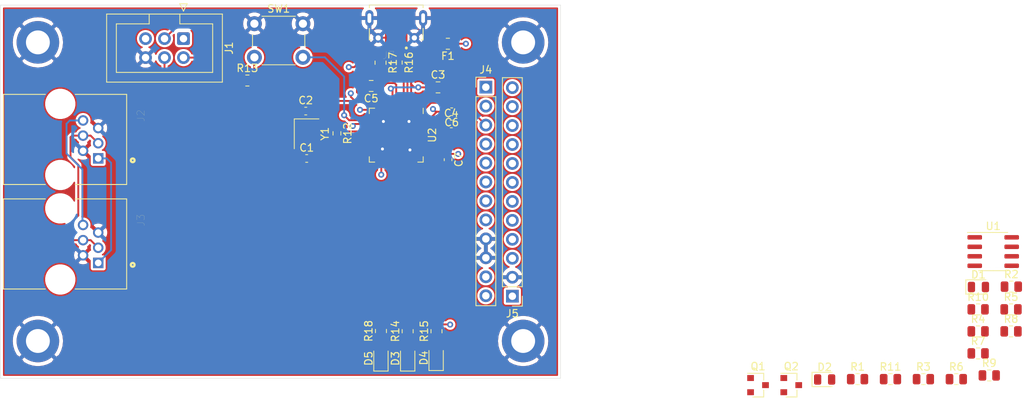
<source format=kicad_pcb>
(kicad_pcb (version 20171130) (host pcbnew 5.1.9-73d0e3b20d~88~ubuntu20.04.1)
  (layers (0 F.Cu signal) (1 In1.Cu signal hide) (2 In2.Cu signal) (31 B.Cu signal) (34 B.Paste user) (35 F.Paste user) (36 B.SilkS user) (37 F.SilkS user) (38 B.Mask user) (39 F.Mask user) (44 Edge.Cuts user))
  (net 0 "")
  (net 1 "Net-(C1-Pad2)")
  (net 2 "Net-(C1-Pad1)")
  (net 3 GND)
  (net 4 "Net-(C2-Pad1)")
  (net 5 VBUS)
  (net 6 "/Arduino Leonardo/ap_aref")
  (net 7 "Net-(C5-Pad1)")
  (net 8 VCC)
  (net 9 "Net-(D1-Pad2)")
  (net 10 /RX)
  (net 11 "Net-(D2-Pad2)")
  (net 12 "Net-(D2-Pad1)")
  (net 13 "Net-(D3-Pad2)")
  (net 14 "/Arduino Leonardo/PB0_D17_SS_RXLED")
  (net 15 "Net-(D4-Pad2)")
  (net 16 "/Arduino Leonardo/PD5_D18_TXLED")
  (net 17 "Net-(D5-Pad2)")
  (net 18 /mosi)
  (net 19 /rst)
  (net 20 /sck)
  (net 21 /miso)
  (net 22 "Net-(J2-Pad1)")
  (net 23 /LocoNet/loconet)
  (net 24 "Net-(J2-Pad6)")
  (net 25 "/Arduino Leonardo/PD3_D1_TX")
  (net 26 "/Arduino Leonardo/PD2_D0_RX")
  (net 27 "/Arduino Leonardo/PD1_D2_SDA")
  (net 28 "/Arduino Leonardo/PD0_D3_SCL")
  (net 29 "/Arduino Leonardo/PC6_D5")
  (net 30 "/Arduino Leonardo/PD7_D6_A7")
  (net 31 /TX)
  (net 32 "/Arduino Leonardo/PB4_D8")
  (net 33 "/Arduino Leonardo/PB5_D9_A8")
  (net 34 "/Arduino Leonardo/PB6_D10")
  (net 35 "/Arduino Leonardo/PF7_A0")
  (net 36 "/Arduino Leonardo/PF6_A1")
  (net 37 "/Arduino Leonardo/PF5_A2")
  (net 38 "/Arduino Leonardo/PF4_A3")
  (net 39 "/Arduino Leonardo/raw")
  (net 40 "Net-(J7-Pad4)")
  (net 41 "Net-(J7-Pad3)")
  (net 42 "Net-(J7-Pad2)")
  (net 43 "Net-(Q1-Pad1)")
  (net 44 "Net-(Q2-Pad2)")
  (net 45 "Net-(Q2-Pad1)")
  (net 46 "Net-(R1-Pad2)")
  (net 47 "Net-(R4-Pad2)")
  (net 48 "/Arduino Leonardo/D-")
  (net 49 "/Arduino Leonardo/D+")
  (net 50 "Net-(U1-Pad6)")
  (net 51 "Net-(U1-Pad5)")
  (net 52 "/Arduino Leonardo/PF0_A5")
  (net 53 "/Arduino Leonardo/PF1_A4")
  (net 54 "/Arduino Leonardo/PC7_D13")
  (net 55 "/Arduino Leonardo/PB6_D12")
  (net 56 "/Arduino Leonardo/PB7_D11")
  (module LocoNetInterface:SHOUHAN_MICROXNJ (layer F.Cu) (at 83 70)
    (fp_text reference J7 (at -1.025 6.735) (layer F.SilkS) (effects (font (thickness 0.015))))
    (fp_text value MICROXNJ)
    (pad S1 smd rect (at -0.8 1.725) (size 0.6 1.35) (layers F.Cu F.Paste F.Mask) (net 3 GND))
    (pad S2 smd rect (at 0.8 1.725) (size 0.6 1.35) (layers F.Cu F.Paste F.Mask) (net 3 GND))
    (pad S3 thru_hole oval (at -3.6 1.75) (size 1.07 2.14) (drill oval 0.5 1.3) (layers *.Cu *.Mask) (net 3 GND))
    (pad S6 thru_hole oval (at 3.6 1.75) (size 1.07 2.14) (drill oval 0.5 1.3) (layers *.Cu *.Mask) (net 3 GND))
    (pad S4 thru_hole circle (at -2.425 4.4) (size 1.3 1.3) (drill 0.7) (layers *.Cu *.Mask) (net 3 GND))
    (pad S5 thru_hole circle (at 2.425 4.4) (size 1.3 1.3) (drill 0.7) (layers *.Cu *.Mask) (net 3 GND))
    (pad 5 smd rect (at -1.3 4.375) (size 0.4 1.25) (layers F.Cu F.Paste F.Mask) (net 3 GND))
    (pad 4 smd rect (at -0.65 4.375) (size 0.4 1.25) (layers F.Cu F.Paste F.Mask) (net 40 "Net-(J7-Pad4)"))
    (pad 3 smd rect (at 0 4.375) (size 0.4 1.25) (layers F.Cu F.Paste F.Mask) (net 41 "Net-(J7-Pad3)"))
    (pad 2 smd rect (at 0.65 4.375) (size 0.4 1.25) (layers F.Cu F.Paste F.Mask) (net 42 "Net-(J7-Pad2)"))
    (pad 1 smd rect (at 1.3 4.375) (size 0.4 1.25) (layers F.Cu F.Paste F.Mask) (net 5 VBUS))
  )
  (module MountingHole:MountingHole_3.2mm_M3_ISO7380_Pad (layer F.Cu) (at 100 75)
    (fp_text reference H4 hide)
    (fp_text value MountingHole_Pad)
    (pad 1 thru_hole circle (at 0 0) (size 5.7 5.7) (drill 3.2) (layers *.Cu *.Mask) (net 3 GND))
  )
  (module MountingHole:MountingHole_3.2mm_M3_ISO7380_Pad (layer F.Cu) (at 100 115)
    (fp_text reference H3 hide)
    (fp_text value MountingHole_Pad)
    (pad 1 thru_hole circle (at 0 0) (size 5.7 5.7) (drill 3.2) (layers *.Cu *.Mask) (net 3 GND))
  )
  (module MountingHole:MountingHole_3.2mm_M3_ISO7380_Pad (layer F.Cu) (at 35 115)
    (fp_text reference H2 hide)
    (fp_text value MountingHole_Pad)
    (pad 1 thru_hole circle (at 0 0) (size 5.7 5.7) (drill 3.2) (layers *.Cu *.Mask) (net 3 GND))
  )
  (module MountingHole:MountingHole_3.2mm_M3_ISO7380_Pad (layer F.Cu) (at 35 75)
    (fp_text reference H1 hide)
    (fp_text value MountingHole_Pad)
    (pad 1 thru_hole circle (at 0 0) (size 5.7 5.7) (drill 3.2) (layers *.Cu *.Mask) (net 3 GND))
  )
  (module Connector_PinHeader_2.54mm:PinHeader_1x12_P2.54mm_Vertical (layer F.Cu) (at 98.552 109 180)
    (fp_text reference J5 (at 0 -2.33) (layer F.SilkS))
    (fp_text value Conn_01x12)
    (pad 12 thru_hole oval (at 0 27.94 180) (size 1.7 1.7) (drill 1) (layers *.Cu *.Mask) (net 34 "/Arduino Leonardo/PB6_D10"))
    (pad 11 thru_hole oval (at 0 25.4 180) (size 1.7 1.7) (drill 1) (layers *.Cu *.Mask) (net 18 /mosi))
    (pad 10 thru_hole oval (at 0 22.86 180) (size 1.7 1.7) (drill 1) (layers *.Cu *.Mask) (net 21 /miso))
    (pad 9 thru_hole oval (at 0 20.32 180) (size 1.7 1.7) (drill 1) (layers *.Cu *.Mask) (net 20 /sck))
    (pad 8 thru_hole oval (at 0 17.78 180) (size 1.7 1.7) (drill 1) (layers *.Cu *.Mask) (net 35 "/Arduino Leonardo/PF7_A0"))
    (pad 7 thru_hole oval (at 0 15.24 180) (size 1.7 1.7) (drill 1) (layers *.Cu *.Mask) (net 36 "/Arduino Leonardo/PF6_A1"))
    (pad 6 thru_hole oval (at 0 12.7 180) (size 1.7 1.7) (drill 1) (layers *.Cu *.Mask) (net 37 "/Arduino Leonardo/PF5_A2"))
    (pad 5 thru_hole oval (at 0 10.16 180) (size 1.7 1.7) (drill 1) (layers *.Cu *.Mask) (net 38 "/Arduino Leonardo/PF4_A3"))
    (pad 4 thru_hole oval (at 0 7.62 180) (size 1.7 1.7) (drill 1) (layers *.Cu *.Mask) (net 8 VCC))
    (pad 3 thru_hole oval (at 0 5.08 180) (size 1.7 1.7) (drill 1) (layers *.Cu *.Mask) (net 19 /rst))
    (pad 2 thru_hole oval (at 0 2.54 180) (size 1.7 1.7) (drill 1) (layers *.Cu *.Mask) (net 3 GND))
    (pad 1 thru_hole rect (at 0 0 180) (size 1.7 1.7) (drill 1) (layers *.Cu *.Mask) (net 39 "/Arduino Leonardo/raw"))
  )
  (module Connector_PinHeader_2.54mm:PinHeader_1x12_P2.54mm_Vertical (layer F.Cu) (at 95 81)
    (fp_text reference J4 (at 0 -2.33) (layer F.SilkS))
    (fp_text value Conn_01x12)
    (pad 12 thru_hole oval (at 0 27.94) (size 1.7 1.7) (drill 1) (layers *.Cu *.Mask) (net 25 "/Arduino Leonardo/PD3_D1_TX"))
    (pad 11 thru_hole oval (at 0 25.4) (size 1.7 1.7) (drill 1) (layers *.Cu *.Mask) (net 26 "/Arduino Leonardo/PD2_D0_RX"))
    (pad 10 thru_hole oval (at 0 22.86) (size 1.7 1.7) (drill 1) (layers *.Cu *.Mask) (net 3 GND))
    (pad 9 thru_hole oval (at 0 20.32) (size 1.7 1.7) (drill 1) (layers *.Cu *.Mask) (net 3 GND))
    (pad 8 thru_hole oval (at 0 17.78) (size 1.7 1.7) (drill 1) (layers *.Cu *.Mask) (net 27 "/Arduino Leonardo/PD1_D2_SDA"))
    (pad 7 thru_hole oval (at 0 15.24) (size 1.7 1.7) (drill 1) (layers *.Cu *.Mask) (net 28 "/Arduino Leonardo/PD0_D3_SCL"))
    (pad 6 thru_hole oval (at 0 12.7) (size 1.7 1.7) (drill 1) (layers *.Cu *.Mask) (net 10 /RX))
    (pad 5 thru_hole oval (at 0 10.16) (size 1.7 1.7) (drill 1) (layers *.Cu *.Mask) (net 29 "/Arduino Leonardo/PC6_D5"))
    (pad 4 thru_hole oval (at 0 7.62) (size 1.7 1.7) (drill 1) (layers *.Cu *.Mask) (net 30 "/Arduino Leonardo/PD7_D6_A7"))
    (pad 3 thru_hole oval (at 0 5.08) (size 1.7 1.7) (drill 1) (layers *.Cu *.Mask) (net 31 /TX))
    (pad 2 thru_hole oval (at 0 2.54) (size 1.7 1.7) (drill 1) (layers *.Cu *.Mask) (net 32 "/Arduino Leonardo/PB4_D8"))
    (pad 1 thru_hole rect (at 0 0) (size 1.7 1.7) (drill 1) (layers *.Cu *.Mask) (net 33 "/Arduino Leonardo/PB5_D9_A8"))
  )
  (module Crystal:Crystal_SMD_3225-4Pin_3.2x2.5mm (layer F.Cu) (at 70.993 87.249 270)
    (fp_text reference Y1 (at 0 -2.45 90) (layer F.SilkS))
    (fp_text value Crystal_GND24)
    (pad 4 smd rect (at -1.1 -0.85 270) (size 1.4 1.2) (layers F.Cu F.Paste F.Mask) (net 3 GND))
    (pad 3 smd rect (at 1.1 -0.85 270) (size 1.4 1.2) (layers F.Cu F.Paste F.Mask) (net 1 "Net-(C1-Pad2)"))
    (pad 2 smd rect (at 1.1 0.85 270) (size 1.4 1.2) (layers F.Cu F.Paste F.Mask) (net 3 GND))
    (pad 1 smd rect (at -1.1 0.85 270) (size 1.4 1.2) (layers F.Cu F.Paste F.Mask) (net 4 "Net-(C2-Pad1)"))
  )
  (module Package_DFN_QFN:QFN-44-1EP_7x7mm_P0.5mm_EP5.2x5.2mm (layer F.Cu) (at 83 87.429 270)
    (fp_text reference U2 (at 0 -4.82 90) (layer F.SilkS))
    (fp_text value ATmega32U4-MU)
    (pad 45 smd rect (at 0 0 270) (size 5.2 5.2) (layers F.Cu F.Mask) (net 3 GND))
    (pad 44 smd roundrect (at -2.5 -3.3375 270) (size 0.25 1.075) (layers F.Cu F.Paste F.Mask) (net 8 VCC))
    (pad 43 smd roundrect (at -2 -3.3375 270) (size 0.25 1.075) (layers F.Cu F.Paste F.Mask) (net 3 GND))
    (pad 42 smd roundrect (at -1.5 -3.3375 270) (size 0.25 1.075) (layers F.Cu F.Paste F.Mask) (net 6 "/Arduino Leonardo/ap_aref"))
    (pad 41 smd roundrect (at -1 -3.3375 270) (size 0.25 1.075) (layers F.Cu F.Paste F.Mask) (net 52 "/Arduino Leonardo/PF0_A5"))
    (pad 40 smd roundrect (at -0.5 -3.3375 270) (size 0.25 1.075) (layers F.Cu F.Paste F.Mask) (net 53 "/Arduino Leonardo/PF1_A4"))
    (pad 39 smd roundrect (at 0 -3.3375 270) (size 0.25 1.075) (layers F.Cu F.Paste F.Mask) (net 38 "/Arduino Leonardo/PF4_A3"))
    (pad 38 smd roundrect (at 0.5 -3.3375 270) (size 0.25 1.075) (layers F.Cu F.Paste F.Mask) (net 37 "/Arduino Leonardo/PF5_A2"))
    (pad 37 smd roundrect (at 1 -3.3375 270) (size 0.25 1.075) (layers F.Cu F.Paste F.Mask) (net 36 "/Arduino Leonardo/PF6_A1"))
    (pad 36 smd roundrect (at 1.5 -3.3375 270) (size 0.25 1.075) (layers F.Cu F.Paste F.Mask) (net 35 "/Arduino Leonardo/PF7_A0"))
    (pad 35 smd roundrect (at 2 -3.3375 270) (size 0.25 1.075) (layers F.Cu F.Paste F.Mask) (net 3 GND))
    (pad 34 smd roundrect (at 2.5 -3.3375 270) (size 0.25 1.075) (layers F.Cu F.Paste F.Mask) (net 8 VCC))
    (pad 33 smd roundrect (at 3.3375 -2.5 270) (size 1.075 0.25) (layers F.Cu F.Paste F.Mask) (net 3 GND))
    (pad 32 smd roundrect (at 3.3375 -2 270) (size 1.075 0.25) (layers F.Cu F.Paste F.Mask) (net 54 "/Arduino Leonardo/PC7_D13"))
    (pad 31 smd roundrect (at 3.3375 -1.5 270) (size 1.075 0.25) (layers F.Cu F.Paste F.Mask) (net 29 "/Arduino Leonardo/PC6_D5"))
    (pad 30 smd roundrect (at 3.3375 -1 270) (size 1.075 0.25) (layers F.Cu F.Paste F.Mask) (net 34 "/Arduino Leonardo/PB6_D10"))
    (pad 29 smd roundrect (at 3.3375 -0.5 270) (size 1.075 0.25) (layers F.Cu F.Paste F.Mask) (net 33 "/Arduino Leonardo/PB5_D9_A8"))
    (pad 28 smd roundrect (at 3.3375 0 270) (size 1.075 0.25) (layers F.Cu F.Paste F.Mask) (net 32 "/Arduino Leonardo/PB4_D8"))
    (pad 27 smd roundrect (at 3.3375 0.5 270) (size 1.075 0.25) (layers F.Cu F.Paste F.Mask) (net 30 "/Arduino Leonardo/PD7_D6_A7"))
    (pad 26 smd roundrect (at 3.3375 1 270) (size 1.075 0.25) (layers F.Cu F.Paste F.Mask) (net 55 "/Arduino Leonardo/PB6_D12"))
    (pad 25 smd roundrect (at 3.3375 1.5 270) (size 1.075 0.25) (layers F.Cu F.Paste F.Mask) (net 10 /RX))
    (pad 24 smd roundrect (at 3.3375 2 270) (size 1.075 0.25) (layers F.Cu F.Paste F.Mask) (net 8 VCC))
    (pad 23 smd roundrect (at 3.3375 2.5 270) (size 1.075 0.25) (layers F.Cu F.Paste F.Mask) (net 3 GND))
    (pad 22 smd roundrect (at 2.5 3.3375 270) (size 0.25 1.075) (layers F.Cu F.Paste F.Mask) (net 16 "/Arduino Leonardo/PD5_D18_TXLED"))
    (pad 21 smd roundrect (at 2 3.3375 270) (size 0.25 1.075) (layers F.Cu F.Paste F.Mask) (net 25 "/Arduino Leonardo/PD3_D1_TX"))
    (pad 20 smd roundrect (at 1.5 3.3375 270) (size 0.25 1.075) (layers F.Cu F.Paste F.Mask) (net 26 "/Arduino Leonardo/PD2_D0_RX"))
    (pad 19 smd roundrect (at 1 3.3375 270) (size 0.25 1.075) (layers F.Cu F.Paste F.Mask) (net 27 "/Arduino Leonardo/PD1_D2_SDA"))
    (pad 18 smd roundrect (at 0.5 3.3375 270) (size 0.25 1.075) (layers F.Cu F.Paste F.Mask) (net 28 "/Arduino Leonardo/PD0_D3_SCL"))
    (pad 17 smd roundrect (at 0 3.3375 270) (size 0.25 1.075) (layers F.Cu F.Paste F.Mask) (net 1 "Net-(C1-Pad2)"))
    (pad 16 smd roundrect (at -0.5 3.3375 270) (size 0.25 1.075) (layers F.Cu F.Paste F.Mask) (net 4 "Net-(C2-Pad1)"))
    (pad 15 smd roundrect (at -1 3.3375 270) (size 0.25 1.075) (layers F.Cu F.Paste F.Mask) (net 3 GND))
    (pad 14 smd roundrect (at -1.5 3.3375 270) (size 0.25 1.075) (layers F.Cu F.Paste F.Mask) (net 8 VCC))
    (pad 13 smd roundrect (at -2 3.3375 270) (size 0.25 1.075) (layers F.Cu F.Paste F.Mask) (net 19 /rst))
    (pad 12 smd roundrect (at -2.5 3.3375 270) (size 0.25 1.075) (layers F.Cu F.Paste F.Mask) (net 56 "/Arduino Leonardo/PB7_D11"))
    (pad 11 smd roundrect (at -3.3375 2.5 270) (size 1.075 0.25) (layers F.Cu F.Paste F.Mask) (net 21 /miso))
    (pad 10 smd roundrect (at -3.3375 2 270) (size 1.075 0.25) (layers F.Cu F.Paste F.Mask) (net 18 /mosi))
    (pad 9 smd roundrect (at -3.3375 1.5 270) (size 1.075 0.25) (layers F.Cu F.Paste F.Mask) (net 20 /sck))
    (pad 8 smd roundrect (at -3.3375 1 270) (size 1.075 0.25) (layers F.Cu F.Paste F.Mask) (net 14 "/Arduino Leonardo/PB0_D17_SS_RXLED"))
    (pad 7 smd roundrect (at -3.3375 0.5 270) (size 1.075 0.25) (layers F.Cu F.Paste F.Mask) (net 5 VBUS))
    (pad 6 smd roundrect (at -3.3375 0 270) (size 1.075 0.25) (layers F.Cu F.Paste F.Mask) (net 7 "Net-(C5-Pad1)"))
    (pad 5 smd roundrect (at -3.3375 -0.5 270) (size 1.075 0.25) (layers F.Cu F.Paste F.Mask) (net 3 GND))
    (pad 4 smd roundrect (at -3.3375 -1 270) (size 1.075 0.25) (layers F.Cu F.Paste F.Mask) (net 49 "/Arduino Leonardo/D+"))
    (pad 3 smd roundrect (at -3.3375 -1.5 270) (size 1.075 0.25) (layers F.Cu F.Paste F.Mask) (net 48 "/Arduino Leonardo/D-"))
    (pad 2 smd roundrect (at -3.3375 -2 270) (size 1.075 0.25) (layers F.Cu F.Paste F.Mask) (net 5 VBUS))
    (pad 1 smd roundrect (at -3.3375 -2.5 270) (size 1.075 0.25) (layers F.Cu F.Paste F.Mask) (net 31 /TX))
  )
  (module Package_SO:SOIC-8_3.9x4.9mm_P1.27mm (layer F.Cu) (at 162.96 103.02)
    (fp_text reference U1 (at 0 -3.4) (layer F.SilkS))
    (fp_text value LM311)
    (pad 8 smd roundrect (at 2.475 -1.905) (size 1.95 0.6) (layers F.Cu F.Paste F.Mask) (net 8 VCC))
    (pad 7 smd roundrect (at 2.475 -0.635) (size 1.95 0.6) (layers F.Cu F.Paste F.Mask) (net 10 /RX))
    (pad 6 smd roundrect (at 2.475 0.635) (size 1.95 0.6) (layers F.Cu F.Paste F.Mask) (net 50 "Net-(U1-Pad6)"))
    (pad 5 smd roundrect (at 2.475 1.905) (size 1.95 0.6) (layers F.Cu F.Paste F.Mask) (net 51 "Net-(U1-Pad5)"))
    (pad 4 smd roundrect (at -2.475 1.905) (size 1.95 0.6) (layers F.Cu F.Paste F.Mask) (net 3 GND))
    (pad 3 smd roundrect (at -2.475 0.635) (size 1.95 0.6) (layers F.Cu F.Paste F.Mask) (net 46 "Net-(R1-Pad2)"))
    (pad 2 smd roundrect (at -2.475 -0.635) (size 1.95 0.6) (layers F.Cu F.Paste F.Mask) (net 47 "Net-(R4-Pad2)"))
    (pad 1 smd roundrect (at -2.475 -1.905) (size 1.95 0.6) (layers F.Cu F.Paste F.Mask) (net 3 GND))
  )
  (module Button_Switch_THT:SW_PUSH_6mm_H4.3mm (layer F.Cu) (at 64 72.5)
    (fp_text reference SW1 (at 3.25 -2) (layer F.SilkS))
    (fp_text value SW_Push)
    (pad 1 thru_hole circle (at 6.5 0 90) (size 2 2) (drill 1.1) (layers *.Cu *.Mask) (net 3 GND))
    (pad 2 thru_hole circle (at 6.5 4.5 90) (size 2 2) (drill 1.1) (layers *.Cu *.Mask) (net 19 /rst))
    (pad 1 thru_hole circle (at 0 0 90) (size 2 2) (drill 1.1) (layers *.Cu *.Mask) (net 3 GND))
    (pad 2 thru_hole circle (at 0 4.5 90) (size 2 2) (drill 1.1) (layers *.Cu *.Mask) (net 19 /rst))
  )
  (module Resistor_SMD:R_0805_2012Metric (layer F.Cu) (at 80.9498 113.6631 90)
    (fp_text reference R18 (at 0 -1.65 90) (layer F.SilkS))
    (fp_text value 470)
    (pad 2 smd roundrect (at 0.9125 0 90) (size 1.025 1.4) (layers F.Cu F.Paste F.Mask) (roundrect_rratio 0.243902) (net 8 VCC))
    (pad 1 smd roundrect (at -0.9125 0 90) (size 1.025 1.4) (layers F.Cu F.Paste F.Mask) (roundrect_rratio 0.243902) (net 17 "Net-(D5-Pad2)"))
  )
  (module Resistor_SMD:R_0805_2012Metric (layer F.Cu) (at 80.899 77.724 270)
    (fp_text reference R17 (at 0 -1.65 90) (layer F.SilkS))
    (fp_text value 22)
    (pad 2 smd roundrect (at 0.9125 0 270) (size 1.025 1.4) (layers F.Cu F.Paste F.Mask) (roundrect_rratio 0.243902) (net 49 "/Arduino Leonardo/D+"))
    (pad 1 smd roundrect (at -0.9125 0 270) (size 1.025 1.4) (layers F.Cu F.Paste F.Mask) (roundrect_rratio 0.243902) (net 41 "Net-(J7-Pad3)"))
  )
  (module Resistor_SMD:R_0805_2012Metric (layer F.Cu) (at 83.058 77.7005 270)
    (fp_text reference R16 (at 0 -1.65 90) (layer F.SilkS))
    (fp_text value 22)
    (pad 2 smd roundrect (at 0.9125 0 270) (size 1.025 1.4) (layers F.Cu F.Paste F.Mask) (roundrect_rratio 0.243902) (net 48 "/Arduino Leonardo/D-"))
    (pad 1 smd roundrect (at -0.9125 0 270) (size 1.025 1.4) (layers F.Cu F.Paste F.Mask) (roundrect_rratio 0.243902) (net 42 "Net-(J7-Pad2)"))
  )
  (module Resistor_SMD:R_0805_2012Metric (layer F.Cu) (at 88.392 113.6904 90)
    (fp_text reference R15 (at 0 -1.65 90) (layer F.SilkS))
    (fp_text value 470)
    (pad 2 smd roundrect (at 0.9125 0 90) (size 1.025 1.4) (layers F.Cu F.Paste F.Mask) (roundrect_rratio 0.243902) (net 8 VCC))
    (pad 1 smd roundrect (at -0.9125 0 90) (size 1.025 1.4) (layers F.Cu F.Paste F.Mask) (roundrect_rratio 0.243902) (net 15 "Net-(D4-Pad2)"))
  )
  (module Resistor_SMD:R_0805_2012Metric (layer F.Cu) (at 84.5312 113.6904 90)
    (fp_text reference R14 (at 0 -1.65 90) (layer F.SilkS))
    (fp_text value 470)
    (pad 2 smd roundrect (at 0.9125 0 90) (size 1.025 1.4) (layers F.Cu F.Paste F.Mask) (roundrect_rratio 0.243902) (net 8 VCC))
    (pad 1 smd roundrect (at -0.9125 0 90) (size 1.025 1.4) (layers F.Cu F.Paste F.Mask) (roundrect_rratio 0.243902) (net 13 "Net-(D3-Pad2)"))
  )
  (module Resistor_SMD:R_0805_2012Metric (layer F.Cu) (at 63.0574 80.1116)
    (fp_text reference R13 (at 0 -1.65) (layer F.SilkS))
    (fp_text value 10K)
    (pad 2 smd roundrect (at 0.9125 0) (size 1.025 1.4) (layers F.Cu F.Paste F.Mask) (roundrect_rratio 0.243902) (net 19 /rst))
    (pad 1 smd roundrect (at -0.9125 0) (size 1.025 1.4) (layers F.Cu F.Paste F.Mask) (roundrect_rratio 0.243902) (net 8 VCC))
  )
  (module Resistor_SMD:R_0603_1608Metric (layer F.Cu) (at 75.057 87.186 270)
    (fp_text reference R12 (at 0 -1.43 90) (layer F.SilkS))
    (fp_text value 1M)
    (pad 2 smd roundrect (at 0.825 0 270) (size 0.8 0.95) (layers F.Cu F.Paste F.Mask) (net 1 "Net-(C1-Pad2)"))
    (pad 1 smd roundrect (at -0.825 0 270) (size 0.8 0.95) (layers F.Cu F.Paste F.Mask) (net 4 "Net-(C2-Pad1)"))
  )
  (module Resistor_SMD:R_0805_2012Metric (layer F.Cu) (at 149.2 120.11)
    (fp_text reference R11 (at 0 -1.65) (layer F.SilkS))
    (fp_text value 4.7K)
    (pad 2 smd roundrect (at 0.9125 0) (size 1.025 1.4) (layers F.Cu F.Paste F.Mask) (roundrect_rratio 0.243902) (net 45 "Net-(Q2-Pad1)"))
    (pad 1 smd roundrect (at -0.9125 0) (size 1.025 1.4) (layers F.Cu F.Paste F.Mask) (roundrect_rratio 0.243902) (net 31 /TX))
  )
  (module Resistor_SMD:R_0805_2012Metric (layer F.Cu) (at 160.94 110.76)
    (fp_text reference R10 (at 0 -1.65) (layer F.SilkS))
    (fp_text value 47)
    (pad 2 smd roundrect (at 0.9125 0) (size 1.025 1.4) (layers F.Cu F.Paste F.Mask) (roundrect_rratio 0.243902) (net 44 "Net-(Q2-Pad2)"))
    (pad 1 smd roundrect (at -0.9125 0) (size 1.025 1.4) (layers F.Cu F.Paste F.Mask) (roundrect_rratio 0.243902) (net 3 GND))
  )
  (module Resistor_SMD:R_0805_2012Metric (layer F.Cu) (at 162.43 119.61)
    (fp_text reference R9 (at 0 -1.65) (layer F.SilkS))
    (fp_text value 4.7K)
    (pad 2 smd roundrect (at 0.9125 0) (size 1.025 1.4) (layers F.Cu F.Paste F.Mask) (roundrect_rratio 0.243902) (net 43 "Net-(Q1-Pad1)"))
    (pad 1 smd roundrect (at -0.9125 0) (size 1.025 1.4) (layers F.Cu F.Paste F.Mask) (roundrect_rratio 0.243902) (net 31 /TX))
  )
  (module Resistor_SMD:R_0805_2012Metric (layer F.Cu) (at 165.35 113.71)
    (fp_text reference R8 (at 0 -1.65) (layer F.SilkS))
    (fp_text value 470)
    (pad 2 smd roundrect (at 0.9125 0) (size 1.025 1.4) (layers F.Cu F.Paste F.Mask) (roundrect_rratio 0.243902) (net 8 VCC))
    (pad 1 smd roundrect (at -0.9125 0) (size 1.025 1.4) (layers F.Cu F.Paste F.Mask) (roundrect_rratio 0.243902) (net 11 "Net-(D2-Pad2)"))
  )
  (module Resistor_SMD:R_0805_2012Metric (layer F.Cu) (at 160.94 116.66)
    (fp_text reference R7 (at 0 -1.65) (layer F.SilkS))
    (fp_text value 220K)
    (pad 2 smd roundrect (at 0.9125 0) (size 1.025 1.4) (layers F.Cu F.Paste F.Mask) (roundrect_rratio 0.243902) (net 47 "Net-(R4-Pad2)"))
    (pad 1 smd roundrect (at -0.9125 0) (size 1.025 1.4) (layers F.Cu F.Paste F.Mask) (roundrect_rratio 0.243902) (net 10 /RX))
  )
  (module Resistor_SMD:R_0805_2012Metric (layer F.Cu) (at 158.02 120.11)
    (fp_text reference R6 (at 0 -1.65) (layer F.SilkS))
    (fp_text value 470)
    (pad 2 smd roundrect (at 0.9125 0) (size 1.025 1.4) (layers F.Cu F.Paste F.Mask) (roundrect_rratio 0.243902) (net 8 VCC))
    (pad 1 smd roundrect (at -0.9125 0) (size 1.025 1.4) (layers F.Cu F.Paste F.Mask) (roundrect_rratio 0.243902) (net 9 "Net-(D1-Pad2)"))
  )
  (module Resistor_SMD:R_0805_2012Metric (layer F.Cu) (at 165.35 110.76)
    (fp_text reference R5 (at 0 -1.65) (layer F.SilkS))
    (fp_text value 150K)
    (pad 2 smd roundrect (at 0.9125 0) (size 1.025 1.4) (layers F.Cu F.Paste F.Mask) (roundrect_rratio 0.243902) (net 3 GND))
    (pad 1 smd roundrect (at -0.9125 0) (size 1.025 1.4) (layers F.Cu F.Paste F.Mask) (roundrect_rratio 0.243902) (net 47 "Net-(R4-Pad2)"))
  )
  (module Resistor_SMD:R_0805_2012Metric (layer F.Cu) (at 160.94 113.71)
    (fp_text reference R4 (at 0 -1.65) (layer F.SilkS))
    (fp_text value 47K)
    (pad 2 smd roundrect (at 0.9125 0) (size 1.025 1.4) (layers F.Cu F.Paste F.Mask) (roundrect_rratio 0.243902) (net 47 "Net-(R4-Pad2)"))
    (pad 1 smd roundrect (at -0.9125 0) (size 1.025 1.4) (layers F.Cu F.Paste F.Mask) (roundrect_rratio 0.243902) (net 23 /LocoNet/loconet))
  )
  (module Resistor_SMD:R_0805_2012Metric (layer F.Cu) (at 153.61 120.11)
    (fp_text reference R3 (at 0 -1.65) (layer F.SilkS))
    (fp_text value 1K)
    (pad 2 smd roundrect (at 0.9125 0) (size 1.025 1.4) (layers F.Cu F.Paste F.Mask) (roundrect_rratio 0.243902) (net 8 VCC))
    (pad 1 smd roundrect (at -0.9125 0) (size 1.025 1.4) (layers F.Cu F.Paste F.Mask) (roundrect_rratio 0.243902) (net 10 /RX))
  )
  (module Resistor_SMD:R_0805_2012Metric (layer F.Cu) (at 165.39 107.72)
    (fp_text reference R2 (at 0 -1.65) (layer F.SilkS))
    (fp_text value 22K)
    (pad 2 smd roundrect (at 0.9125 0) (size 1.025 1.4) (layers F.Cu F.Paste F.Mask) (roundrect_rratio 0.243902) (net 3 GND))
    (pad 1 smd roundrect (at -0.9125 0) (size 1.025 1.4) (layers F.Cu F.Paste F.Mask) (roundrect_rratio 0.243902) (net 46 "Net-(R1-Pad2)"))
  )
  (module Resistor_SMD:R_0805_2012Metric (layer F.Cu) (at 144.79 120.11)
    (fp_text reference R1 (at 0 -1.65) (layer F.SilkS))
    (fp_text value 10K)
    (pad 2 smd roundrect (at 0.9125 0) (size 1.025 1.4) (layers F.Cu F.Paste F.Mask) (roundrect_rratio 0.243902) (net 46 "Net-(R1-Pad2)"))
    (pad 1 smd roundrect (at -0.9125 0) (size 1.025 1.4) (layers F.Cu F.Paste F.Mask) (roundrect_rratio 0.243902) (net 8 VCC))
  )
  (module Package_TO_SOT_SMD:SOT-23 (layer F.Cu) (at 135.91 120.91)
    (fp_text reference Q2 (at 0 -2.5) (layer F.SilkS))
    (fp_text value 2N3904)
    (pad 3 smd rect (at 1 0) (size 0.9 0.8) (layers F.Cu F.Paste F.Mask) (net 23 /LocoNet/loconet))
    (pad 2 smd rect (at -1 0.95) (size 0.9 0.8) (layers F.Cu F.Paste F.Mask) (net 44 "Net-(Q2-Pad2)"))
    (pad 1 smd rect (at -1 -0.95) (size 0.9 0.8) (layers F.Cu F.Paste F.Mask) (net 45 "Net-(Q2-Pad1)"))
  )
  (module Package_TO_SOT_SMD:SOT-23 (layer F.Cu) (at 131.46 120.91)
    (fp_text reference Q1 (at 0 -2.5) (layer F.SilkS))
    (fp_text value 2N3904)
    (pad 3 smd rect (at 1 0) (size 0.9 0.8) (layers F.Cu F.Paste F.Mask) (net 12 "Net-(D2-Pad1)"))
    (pad 2 smd rect (at -1 0.95) (size 0.9 0.8) (layers F.Cu F.Paste F.Mask) (net 3 GND))
    (pad 1 smd rect (at -1 -0.95) (size 0.9 0.8) (layers F.Cu F.Paste F.Mask) (net 43 "Net-(Q1-Pad1)"))
  )
  (module LocoNetInterface:AMPHENOL_RJE0166001 (layer F.Cu) (at 38 102 270)
    (fp_text reference J3 (at -3.17815 -10.80573 90) (layer F.SilkS) (effects (font (size 1.000992 1.000992) (thickness 0.015))))
    (fp_text value RJ12)
    (pad 1 thru_hole rect (at 2.54 -5.08 270) (size 1.398 1.398) (drill 0.89) (layers *.Cu *.Mask) (net 22 "Net-(J2-Pad1)"))
    (pad None np_thru_hole circle (at -4.7625 0 270) (size 3.45 3.45) (drill 3.45) (layers *.Cu *.Mask))
    (pad None np_thru_hole circle (at 4.7625 0 270) (size 3.45 3.45) (drill 3.45) (layers *.Cu *.Mask))
    (pad 3 thru_hole circle (at 0.508 -5.08 270) (size 1.398 1.398) (drill 0.89) (layers *.Cu *.Mask) (net 23 /LocoNet/loconet))
    (pad 5 thru_hole circle (at -1.524 -5.08 270) (size 1.398 1.398) (drill 0.89) (layers *.Cu *.Mask) (net 3 GND))
    (pad 2 thru_hole circle (at 1.524 -3.05 270) (size 1.398 1.398) (drill 0.89) (layers *.Cu *.Mask) (net 3 GND))
    (pad 4 thru_hole circle (at -0.508 -3.048 270) (size 1.398 1.398) (drill 0.89) (layers *.Cu *.Mask) (net 23 /LocoNet/loconet))
    (pad 6 thru_hole circle (at -2.54 -3.05 270) (size 1.398 1.398) (drill 0.89) (layers *.Cu *.Mask) (net 24 "Net-(J2-Pad6)"))
  )
  (module LocoNetInterface:AMPHENOL_RJE0166001 (layer F.Cu) (at 38 88 270)
    (fp_text reference J2 (at -3.17815 -10.80573 90) (layer F.SilkS) (effects (font (size 1.000992 1.000992) (thickness 0.015))))
    (fp_text value RJ12)
    (pad 1 thru_hole rect (at 2.54 -5.08 270) (size 1.398 1.398) (drill 0.89) (layers *.Cu *.Mask) (net 22 "Net-(J2-Pad1)"))
    (pad None np_thru_hole circle (at -4.7625 0 270) (size 3.45 3.45) (drill 3.45) (layers *.Cu *.Mask))
    (pad None np_thru_hole circle (at 4.7625 0 270) (size 3.45 3.45) (drill 3.45) (layers *.Cu *.Mask))
    (pad 3 thru_hole circle (at 0.508 -5.08 270) (size 1.398 1.398) (drill 0.89) (layers *.Cu *.Mask) (net 23 /LocoNet/loconet))
    (pad 5 thru_hole circle (at -1.524 -5.08 270) (size 1.398 1.398) (drill 0.89) (layers *.Cu *.Mask) (net 3 GND))
    (pad 2 thru_hole circle (at 1.524 -3.05 270) (size 1.398 1.398) (drill 0.89) (layers *.Cu *.Mask) (net 3 GND))
    (pad 4 thru_hole circle (at -0.508 -3.048 270) (size 1.398 1.398) (drill 0.89) (layers *.Cu *.Mask) (net 23 /LocoNet/loconet))
    (pad 6 thru_hole circle (at -2.54 -3.05 270) (size 1.398 1.398) (drill 0.89) (layers *.Cu *.Mask) (net 24 "Net-(J2-Pad6)"))
  )
  (module Connector_IDC:IDC-Header_2x03_P2.54mm_Vertical (layer F.Cu) (at 54.5 74.5 270)
    (fp_text reference J1 (at 1.27 -6.1 90) (layer F.SilkS))
    (fp_text value ICSP)
    (pad 6 thru_hole circle (at 2.54 5.08 270) (size 1.7 1.7) (drill 1) (layers *.Cu *.Mask) (net 3 GND))
    (pad 4 thru_hole circle (at 2.54 2.54 270) (size 1.7 1.7) (drill 1) (layers *.Cu *.Mask) (net 18 /mosi))
    (pad 2 thru_hole circle (at 2.54 0 270) (size 1.7 1.7) (drill 1) (layers *.Cu *.Mask) (net 8 VCC))
    (pad 5 thru_hole circle (at 0 5.08 270) (size 1.7 1.7) (drill 1) (layers *.Cu *.Mask) (net 19 /rst))
    (pad 3 thru_hole circle (at 0 2.54 270) (size 1.7 1.7) (drill 1) (layers *.Cu *.Mask) (net 20 /sck))
    (pad 1 thru_hole roundrect (at 0 0 270) (size 1.7 1.7) (drill 1) (layers *.Cu *.Mask) (roundrect_rratio 0.147059) (net 21 /miso))
  )
  (module Resistor_SMD:R_0805_2012Metric (layer F.Cu) (at 89.916 75.184 180)
    (fp_text reference F1 (at 0 -1.65) (layer F.SilkS))
    (fp_text value Polyfuse)
    (pad 2 smd roundrect (at 0.9125 0 180) (size 1.025 1.4) (layers F.Cu F.Paste F.Mask) (roundrect_rratio 0.243902) (net 5 VBUS))
    (pad 1 smd roundrect (at -0.9125 0 180) (size 1.025 1.4) (layers F.Cu F.Paste F.Mask) (roundrect_rratio 0.243902) (net 8 VCC))
  )
  (module LED_SMD:LED_0805_2012Metric (layer F.Cu) (at 80.9498 117.3457 90)
    (fp_text reference D5 (at 0 -1.65 90) (layer F.SilkS))
    (fp_text value LED)
    (pad 2 smd roundrect (at 0.9375 0 90) (size 0.975 1.4) (layers F.Cu F.Paste F.Mask) (net 17 "Net-(D5-Pad2)"))
    (pad 1 smd roundrect (at -0.9375 0 90) (size 0.975 1.4) (layers F.Cu F.Paste F.Mask) (net 3 GND))
  )
  (module LED_SMD:LED_0805_2012Metric (layer F.Cu) (at 88.3412 117.2741 90)
    (fp_text reference D4 (at 0 -1.65 90) (layer F.SilkS))
    (fp_text value LED)
    (pad 2 smd roundrect (at 0.9375 0 90) (size 0.975 1.4) (layers F.Cu F.Paste F.Mask) (net 15 "Net-(D4-Pad2)"))
    (pad 1 smd roundrect (at -0.9375 0 90) (size 0.975 1.4) (layers F.Cu F.Paste F.Mask) (net 16 "/Arduino Leonardo/PD5_D18_TXLED"))
  )
  (module LED_SMD:LED_0805_2012Metric (layer F.Cu) (at 84.5312 117.3457 90)
    (fp_text reference D3 (at 0 -1.65 90) (layer F.SilkS))
    (fp_text value LED)
    (pad 2 smd roundrect (at 0.9375 0 90) (size 0.975 1.4) (layers F.Cu F.Paste F.Mask) (net 13 "Net-(D3-Pad2)"))
    (pad 1 smd roundrect (at -0.9375 0 90) (size 0.975 1.4) (layers F.Cu F.Paste F.Mask) (net 14 "/Arduino Leonardo/PB0_D17_SS_RXLED"))
  )
  (module LED_SMD:LED_0805_2012Metric (layer F.Cu) (at 140.38 120.155)
    (fp_text reference D2 (at 0 -1.65) (layer F.SilkS))
    (fp_text value LED)
    (pad 2 smd roundrect (at 0.9375 0) (size 0.975 1.4) (layers F.Cu F.Paste F.Mask) (net 11 "Net-(D2-Pad2)"))
    (pad 1 smd roundrect (at -0.9375 0) (size 0.975 1.4) (layers F.Cu F.Paste F.Mask) (net 12 "Net-(D2-Pad1)"))
  )
  (module LED_SMD:LED_0805_2012Metric (layer F.Cu) (at 160.98 107.765)
    (fp_text reference D1 (at 0 -1.65) (layer F.SilkS))
    (fp_text value LED)
    (pad 2 smd roundrect (at 0.9375 0) (size 0.975 1.4) (layers F.Cu F.Paste F.Mask) (net 9 "Net-(D1-Pad2)"))
    (pad 1 smd roundrect (at -0.9375 0) (size 0.975 1.4) (layers F.Cu F.Paste F.Mask) (net 10 /RX))
  )
  (module Capacitor_SMD:C_0603_1608Metric (layer F.Cu) (at 89.9414 90.7164 270)
    (fp_text reference C7 (at 0 -1.43 90) (layer F.SilkS))
    (fp_text value 100nf)
    (pad 2 smd roundrect (at 0.775 0 270) (size 0.9 0.95) (layers F.Cu F.Paste F.Mask) (net 3 GND))
    (pad 1 smd roundrect (at -0.775 0 270) (size 0.9 0.95) (layers F.Cu F.Paste F.Mask) (net 8 VCC))
  )
  (module Capacitor_SMD:C_0603_1608Metric (layer F.Cu) (at 90.4237 84.2899 180)
    (fp_text reference C6 (at 0 -1.43) (layer F.SilkS))
    (fp_text value 100nf)
    (pad 2 smd roundrect (at 0.775 0 180) (size 0.9 0.95) (layers F.Cu F.Paste F.Mask) (net 8 VCC))
    (pad 1 smd roundrect (at -0.775 0 180) (size 0.9 0.95) (layers F.Cu F.Paste F.Mask) (net 3 GND))
  )
  (module Capacitor_SMD:C_0805_2012Metric (layer F.Cu) (at 79.6417 80.8355 180)
    (fp_text reference C5 (at 0 -1.68) (layer F.SilkS))
    (fp_text value 1uf)
    (pad 2 smd roundrect (at 0.95 0 180) (size 1 1.45) (layers F.Cu F.Paste F.Mask) (net 3 GND))
    (pad 1 smd roundrect (at -0.95 0 180) (size 1 1.45) (layers F.Cu F.Paste F.Mask) (net 7 "Net-(C5-Pad1)"))
  )
  (module Capacitor_SMD:C_0603_1608Metric (layer F.Cu) (at 90.3732 85.9282)
    (fp_text reference C4 (at 0 -1.43) (layer F.SilkS))
    (fp_text value 100nf)
    (pad 2 smd roundrect (at 0.775 0) (size 0.9 0.95) (layers F.Cu F.Paste F.Mask) (net 3 GND))
    (pad 1 smd roundrect (at -0.775 0) (size 0.9 0.95) (layers F.Cu F.Paste F.Mask) (net 6 "/Arduino Leonardo/ap_aref"))
  )
  (module Capacitor_SMD:C_0805_2012Metric (layer F.Cu) (at 88.5952 81.026)
    (fp_text reference C3 (at 0 -1.68) (layer F.SilkS))
    (fp_text value 1uf)
    (pad 2 smd roundrect (at 0.95 0) (size 1 1.45) (layers F.Cu F.Paste F.Mask) (net 3 GND))
    (pad 1 smd roundrect (at -0.95 0) (size 1 1.45) (layers F.Cu F.Paste F.Mask) (net 5 VBUS))
  )
  (module Capacitor_SMD:C_0603_1608Metric (layer F.Cu) (at 70.879 84.201)
    (fp_text reference C2 (at 0 -1.43) (layer F.SilkS))
    (fp_text value 22pf)
    (pad 2 smd roundrect (at 0.775 0) (size 0.9 0.95) (layers F.Cu F.Paste F.Mask) (net 3 GND))
    (pad 1 smd roundrect (at -0.775 0) (size 0.9 0.95) (layers F.Cu F.Paste F.Mask) (net 4 "Net-(C2-Pad1)"))
  )
  (module Capacitor_SMD:C_0603_1608Metric (layer F.Cu) (at 71.006 90.551)
    (fp_text reference C1 (at 0 -1.43) (layer F.SilkS))
    (fp_text value 22pf)
    (pad 2 smd roundrect (at 0.775 0) (size 0.9 0.95) (layers F.Cu F.Paste F.Mask) (net 1 "Net-(C1-Pad2)"))
    (pad 1 smd roundrect (at -0.775 0) (size 0.9 0.95) (layers F.Cu F.Paste F.Mask) (net 2 "Net-(C1-Pad1)"))
  )
  (gr_line (start 30 70) (end 30 120) (layer Edge.Cuts) (width 0.05))
  (gr_line (start 105 70) (end 30 70) (layer Edge.Cuts) (width 0.05))
  (gr_line (start 105 120) (end 105 70) (layer Edge.Cuts) (width 0.05))
  (gr_line (start 30 120) (end 105 120) (layer Edge.Cuts) (width 0.05))
  (segment (start 71.843 90.489) (end 71.781 90.551) (width 0.25) (layer F.Cu) (net 1))
  (segment (start 71.843 88.349) (end 71.843 90.489) (width 0.25) (layer F.Cu) (net 1))
  (segment (start 75.639 87.429) (end 75.057 88.011) (width 0.25) (layer F.Cu) (net 1))
  (segment (start 79.6625 87.429) (end 75.639 87.429) (width 0.25) (layer F.Cu) (net 1))
  (segment (start 71.843 88.349) (end 73.576 88.349) (width 0.25) (layer F.Cu) (net 1))
  (segment (start 73.914 88.011) (end 75.057 88.011) (width 0.25) (layer F.Cu) (net 1))
  (segment (start 73.576 88.349) (end 73.914 88.011) (width 0.25) (layer F.Cu) (net 1))
  (via (at 84.836 89.408) (size 0.8) (drill 0.4) (layers F.Cu B.Cu) (net 3))
  (via (at 81.28 85.598) (size 0.8) (drill 0.4) (layers F.Cu B.Cu) (net 3))
  (via (at 81.153 89.281) (size 0.8) (drill 0.4) (layers F.Cu B.Cu) (net 3))
  (via (at 84.709 85.598) (size 0.8) (drill 0.4) (layers F.Cu B.Cu) (net 3))
  (segment (start 80.6 74.375) (end 80.575 74.4) (width 0.25) (layer F.Cu) (net 3))
  (segment (start 81.7 74.375) (end 80.6 74.375) (width 0.25) (layer F.Cu) (net 3))
  (segment (start 83.5 86.929) (end 83 87.429) (width 0.25) (layer F.Cu) (net 3))
  (segment (start 83.5 84.0915) (end 83.5 86.929) (width 0.25) (layer F.Cu) (net 3))
  (segment (start 85 89.429) (end 83 87.429) (width 0.25) (layer F.Cu) (net 3))
  (segment (start 86.3375 89.429) (end 85 89.429) (width 0.25) (layer F.Cu) (net 3))
  (segment (start 85 85.429) (end 83 87.429) (width 0.25) (layer F.Cu) (net 3))
  (segment (start 86.3375 85.429) (end 85 85.429) (width 0.25) (layer F.Cu) (net 3))
  (segment (start 80.52501 89.90399) (end 83 87.429) (width 0.25) (layer F.Cu) (net 3))
  (segment (start 80.52501 90.74149) (end 80.52501 89.90399) (width 0.25) (layer F.Cu) (net 3))
  (segment (start 80.5 90.7665) (end 80.52501 90.74149) (width 0.25) (layer F.Cu) (net 3))
  (segment (start 85.47499 89.90399) (end 83 87.429) (width 0.25) (layer F.Cu) (net 3))
  (segment (start 85.47499 90.152012) (end 85.47499 89.90399) (width 0.25) (layer F.Cu) (net 3))
  (segment (start 85.5 90.177022) (end 85.47499 90.152012) (width 0.25) (layer F.Cu) (net 3))
  (segment (start 85.5 90.7665) (end 85.5 90.177022) (width 0.25) (layer F.Cu) (net 3))
  (segment (start 82 86.429) (end 83 87.429) (width 0.25) (layer F.Cu) (net 3))
  (segment (start 79.6625 86.429) (end 82 86.429) (width 0.25) (layer F.Cu) (net 3))
  (segment (start 70.104 86.11) (end 70.143 86.149) (width 0.25) (layer F.Cu) (net 4))
  (segment (start 70.104 84.201) (end 70.104 86.11) (width 0.25) (layer F.Cu) (net 4))
  (segment (start 70.104 84.201) (end 70.104 84.455) (width 0.25) (layer F.Cu) (net 4))
  (segment (start 73.819999 85.123999) (end 75.057 86.361) (width 0.25) (layer F.Cu) (net 4))
  (segment (start 70.772999 85.123999) (end 73.819999 85.123999) (width 0.25) (layer F.Cu) (net 4))
  (segment (start 70.104 84.455) (end 70.772999 85.123999) (width 0.25) (layer F.Cu) (net 4))
  (segment (start 75.057 86.361) (end 75.185 86.361) (width 0.25) (layer F.Cu) (net 4))
  (segment (start 75.753 86.929) (end 79.6625 86.929) (width 0.25) (layer F.Cu) (net 4))
  (segment (start 75.185 86.361) (end 75.753 86.929) (width 0.25) (layer F.Cu) (net 4))
  (segment (start 84.3 74.375) (end 84.3 75.283) (width 0.25) (layer F.Cu) (net 5))
  (segment (start 84.3 75.283) (end 84.963 75.946) (width 0.25) (layer F.Cu) (net 5))
  (segment (start 87.63 75.184) (end 89.0035 75.184) (width 0.25) (layer F.Cu) (net 5))
  (segment (start 86.868 75.946) (end 87.63 75.184) (width 0.25) (layer F.Cu) (net 5))
  (segment (start 85 76.8234) (end 85.7758 76.0476) (width 0.25) (layer F.Cu) (net 5))
  (segment (start 85.7758 76.0476) (end 85.7758 75.946) (width 0.25) (layer F.Cu) (net 5))
  (segment (start 85.7758 75.946) (end 86.868 75.946) (width 0.25) (layer F.Cu) (net 5))
  (segment (start 84.963 75.946) (end 85.7758 75.946) (width 0.25) (layer F.Cu) (net 5))
  (via (at 85.9536 81.026) (size 0.8) (drill 0.4) (layers F.Cu B.Cu) (net 5))
  (segment (start 85 80.2524) (end 85 76.8234) (width 0.25) (layer F.Cu) (net 5))
  (segment (start 85 84.0915) (end 85 80.2524) (width 0.25) (layer F.Cu) (net 5))
  (segment (start 85 80.6058) (end 85 80.2524) (width 0.25) (layer F.Cu) (net 5))
  (segment (start 85.4202 81.026) (end 85 80.6058) (width 0.25) (layer F.Cu) (net 5))
  (segment (start 85.9536 81.026) (end 85.4202 81.026) (width 0.25) (layer F.Cu) (net 5))
  (segment (start 85.9536 81.026) (end 87.6452 81.026) (width 0.25) (layer F.Cu) (net 5))
  (via (at 82.27499 81.18996) (size 0.8) (drill 0.4) (layers F.Cu B.Cu) (net 5))
  (segment (start 82.43895 81.026) (end 82.27499 81.18996) (width 0.25) (layer B.Cu) (net 5))
  (segment (start 85.9536 81.026) (end 82.43895 81.026) (width 0.25) (layer B.Cu) (net 5))
  (segment (start 82.5 84.0915) (end 82.5 81.41497) (width 0.25) (layer F.Cu) (net 5))
  (segment (start 82.5 81.41497) (end 82.27499 81.18996) (width 0.25) (layer F.Cu) (net 5))
  (segment (start 89.5974 85.929) (end 89.5982 85.9282) (width 0.25) (layer F.Cu) (net 6))
  (segment (start 86.3375 85.929) (end 89.5974 85.929) (width 0.25) (layer F.Cu) (net 6))
  (segment (start 83 83.505978) (end 83 84.0915) (width 0.25) (layer F.Cu) (net 7))
  (segment (start 83 80.6759) (end 83 83.505978) (width 0.25) (layer F.Cu) (net 7))
  (segment (start 81.7626 80.4545) (end 82.7786 80.4545) (width 0.25) (layer F.Cu) (net 7))
  (segment (start 81.3816 80.8355) (end 81.7626 80.4545) (width 0.25) (layer F.Cu) (net 7))
  (segment (start 80.5917 80.8355) (end 81.3816 80.8355) (width 0.25) (layer F.Cu) (net 7))
  (segment (start 82.7786 80.4545) (end 83 80.6759) (width 0.25) (layer F.Cu) (net 7))
  (via (at 92.329 75.184) (size 0.8) (drill 0.4) (layers F.Cu B.Cu) (net 8))
  (segment (start 90.8285 75.184) (end 92.329 75.184) (width 0.25) (layer F.Cu) (net 8))
  (segment (start 84.5039 112.7506) (end 84.5312 112.7779) (width 0.25) (layer F.Cu) (net 8))
  (segment (start 80.9498 112.7506) (end 84.5039 112.7506) (width 0.25) (layer F.Cu) (net 8))
  (segment (start 84.5312 112.7779) (end 88.392 112.7779) (width 0.25) (layer F.Cu) (net 8))
  (via (at 90.2208 112.8014) (size 0.8) (drill 0.4) (layers F.Cu B.Cu) (net 8))
  (segment (start 90.1973 112.7779) (end 90.2208 112.8014) (width 0.25) (layer F.Cu) (net 8))
  (segment (start 88.392 112.7779) (end 90.1973 112.7779) (width 0.25) (layer F.Cu) (net 8))
  (segment (start 89.929 89.929) (end 89.9414 89.9414) (width 0.25) (layer F.Cu) (net 8))
  (segment (start 86.3375 89.929) (end 89.929 89.929) (width 0.25) (layer F.Cu) (net 8))
  (via (at 91.3003 89.9414) (size 0.8) (drill 0.4) (layers F.Cu B.Cu) (net 8))
  (segment (start 89.9414 89.9414) (end 91.3003 89.9414) (width 0.25) (layer F.Cu) (net 8))
  (segment (start 62.1449 80.1116) (end 62.1449 78.82) (width 0.25) (layer F.Cu) (net 8))
  (segment (start 60.3649 77.04) (end 54.5 77.04) (width 0.25) (layer F.Cu) (net 8))
  (segment (start 62.1449 78.82) (end 60.3649 77.04) (width 0.25) (layer F.Cu) (net 8))
  (via (at 80.9879 92.7227) (size 0.8) (drill 0.4) (layers F.Cu B.Cu) (net 8))
  (segment (start 81 92.7106) (end 80.9879 92.7227) (width 0.25) (layer F.Cu) (net 8))
  (segment (start 81 90.7665) (end 81 92.7106) (width 0.25) (layer F.Cu) (net 8))
  (via (at 77.1779 86.204) (size 0.8) (drill 0.4) (layers F.Cu B.Cu) (net 8))
  (segment (start 77.4529 85.929) (end 77.1779 86.204) (width 0.25) (layer F.Cu) (net 8))
  (segment (start 79.6625 85.929) (end 77.4529 85.929) (width 0.25) (layer F.Cu) (net 8))
  (segment (start 86.3375 84.929) (end 87.8037 84.929) (width 0.25) (layer F.Cu) (net 8))
  (segment (start 88.4428 84.2899) (end 89.6487 84.2899) (width 0.25) (layer F.Cu) (net 8))
  (segment (start 87.8037 84.929) (end 88.4428 84.2899) (width 0.25) (layer F.Cu) (net 8))
  (via (at 87.9221 83.9343) (size 0.8) (drill 0.4) (layers F.Cu B.Cu) (net 8))
  (segment (start 88.2777 84.2899) (end 87.9221 83.9343) (width 0.25) (layer F.Cu) (net 8))
  (segment (start 88.4428 84.2899) (end 88.2777 84.2899) (width 0.25) (layer F.Cu) (net 8))
  (segment (start 84.5312 114.6029) (end 84.5312 116.4082) (width 0.25) (layer F.Cu) (net 13))
  (segment (start 88.392 116.2858) (end 88.3412 116.3366) (width 0.25) (layer F.Cu) (net 15))
  (segment (start 88.392 114.6029) (end 88.392 116.2858) (width 0.25) (layer F.Cu) (net 15))
  (segment (start 80.9498 114.5756) (end 80.9498 116.4082) (width 0.25) (layer F.Cu) (net 17))
  (segment (start 81 83.1717) (end 81 84.0915) (width 0.25) (layer F.Cu) (net 18))
  (segment (start 80.671501 82.843201) (end 81 83.1717) (width 0.25) (layer F.Cu) (net 18))
  (segment (start 51.96 79.8365) (end 54.966701 82.843201) (width 0.25) (layer F.Cu) (net 18))
  (segment (start 51.96 77.04) (end 51.96 79.8365) (width 0.25) (layer F.Cu) (net 18))
  (via (at 76.9112 81.8261) (size 0.8) (drill 0.4) (layers F.Cu B.Cu) (net 18))
  (segment (start 76.9112 81.8261) (end 76.9112 82.296) (width 0.25) (layer F.Cu) (net 18))
  (segment (start 77.458401 82.843201) (end 77.661601 82.843201) (width 0.25) (layer F.Cu) (net 18))
  (segment (start 76.9112 82.296) (end 77.458401 82.843201) (width 0.25) (layer F.Cu) (net 18))
  (segment (start 77.661601 82.843201) (end 80.671501 82.843201) (width 0.25) (layer F.Cu) (net 18))
  (segment (start 54.966701 82.843201) (end 77.661601 82.843201) (width 0.25) (layer F.Cu) (net 18))
  (segment (start 63.9699 77.0301) (end 64 77) (width 0.25) (layer F.Cu) (net 19))
  (segment (start 63.9699 80.1116) (end 63.9699 77.0301) (width 0.25) (layer F.Cu) (net 19))
  (segment (start 70.5 77) (end 73.4313 77) (width 0.25) (layer B.Cu) (net 19))
  (via (at 76.0222 84.7609) (size 0.8) (drill 0.4) (layers F.Cu B.Cu) (net 19))
  (segment (start 76.0222 79.5909) (end 76.0222 84.7609) (width 0.25) (layer B.Cu) (net 19))
  (segment (start 73.4313 77) (end 76.0222 79.5909) (width 0.25) (layer B.Cu) (net 19))
  (segment (start 76.7803 85.429) (end 79.6625 85.429) (width 0.25) (layer F.Cu) (net 19))
  (segment (start 76.6903 85.429) (end 76.7803 85.429) (width 0.25) (layer F.Cu) (net 19))
  (segment (start 76.0222 84.7609) (end 76.6903 85.429) (width 0.25) (layer F.Cu) (net 19))
  (segment (start 59.6773 72.8853) (end 53.5747 72.8853) (width 0.25) (layer F.Cu) (net 20))
  (segment (start 61.9379 75.1459) (end 59.6773 72.8853) (width 0.25) (layer F.Cu) (net 20))
  (segment (start 77.7367 76.7715) (end 76.1111 75.1459) (width 0.25) (layer F.Cu) (net 20))
  (segment (start 78.1812 82.1182) (end 77.7367 81.6737) (width 0.25) (layer F.Cu) (net 20))
  (segment (start 53.5747 72.8853) (end 51.96 74.5) (width 0.25) (layer F.Cu) (net 20))
  (segment (start 76.1111 75.1459) (end 61.9379 75.1459) (width 0.25) (layer F.Cu) (net 20))
  (segment (start 80.8863 82.1182) (end 78.1812 82.1182) (width 0.25) (layer F.Cu) (net 20))
  (segment (start 81.5 82.7319) (end 80.8863 82.1182) (width 0.25) (layer F.Cu) (net 20))
  (segment (start 81.5 84.0915) (end 81.5 82.7319) (width 0.25) (layer F.Cu) (net 20))
  (via (at 76.6445 78.3209) (size 0.8) (drill 0.4) (layers F.Cu B.Cu) (net 20))
  (segment (start 77.7367 77.9526) (end 77.7367 76.7715) (width 0.25) (layer F.Cu) (net 20))
  (segment (start 77.7367 81.6737) (end 77.7367 77.9526) (width 0.25) (layer F.Cu) (net 20))
  (segment (start 77.3684 78.3209) (end 77.7367 77.9526) (width 0.25) (layer F.Cu) (net 20))
  (segment (start 76.6445 78.3209) (end 77.3684 78.3209) (width 0.25) (layer F.Cu) (net 20))
  (via (at 78.1431 84.0359) (size 0.8) (drill 0.4) (layers F.Cu B.Cu) (net 21))
  (segment (start 80.4444 84.0359) (end 80.5 84.0915) (width 0.25) (layer F.Cu) (net 21))
  (segment (start 78.1431 84.0359) (end 80.4444 84.0359) (width 0.25) (layer F.Cu) (net 21))
  (segment (start 43.08 90.54) (end 44.2104 90.54) (width 0.25) (layer B.Cu) (net 22))
  (segment (start 44.2104 90.54) (end 44.8056 91.1352) (width 0.25) (layer B.Cu) (net 22))
  (segment (start 44.8056 102.8144) (end 43.08 104.54) (width 0.25) (layer B.Cu) (net 22))
  (segment (start 44.8056 91.1352) (end 44.8056 102.8144) (width 0.25) (layer B.Cu) (net 22))
  (segment (start 42.064 87.492) (end 43.08 88.508) (width 0.25) (layer F.Cu) (net 23))
  (segment (start 41.048 87.492) (end 42.064 87.492) (width 0.25) (layer F.Cu) (net 23))
  (segment (start 42.064 101.492) (end 43.08 102.508) (width 0.25) (layer F.Cu) (net 23))
  (segment (start 41.048 101.492) (end 42.064 101.492) (width 0.25) (layer F.Cu) (net 23))
  (segment (start 39.4652 101.492) (end 41.048 101.492) (width 0.25) (layer F.Cu) (net 23))
  (segment (start 39.0652 101.092) (end 39.4652 101.492) (width 0.25) (layer F.Cu) (net 23))
  (segment (start 39.0652 99.5426) (end 39.0652 101.092) (width 0.25) (layer F.Cu) (net 23))
  (segment (start 40.4114 98.1964) (end 39.0652 99.5426) (width 0.25) (layer F.Cu) (net 23))
  (segment (start 40.4114 91.4146) (end 40.4114 98.1964) (width 0.25) (layer F.Cu) (net 23))
  (segment (start 39.37 87.7062) (end 39.37 90.3732) (width 0.25) (layer F.Cu) (net 23))
  (segment (start 39.37 90.3732) (end 40.4114 91.4146) (width 0.25) (layer F.Cu) (net 23))
  (segment (start 39.5842 87.492) (end 39.37 87.7062) (width 0.25) (layer F.Cu) (net 23))
  (segment (start 41.048 87.492) (end 39.5842 87.492) (width 0.25) (layer F.Cu) (net 23))
  (segment (start 41.05 85.46) (end 39.2794 85.46) (width 0.25) (layer B.Cu) (net 24))
  (segment (start 39.2794 85.46) (end 38.8366 85.9028) (width 0.25) (layer B.Cu) (net 24))
  (segment (start 38.8366 85.9028) (end 38.8366 89.8906) (width 0.25) (layer B.Cu) (net 24))
  (segment (start 38.8366 89.8906) (end 40.9702 92.0242) (width 0.25) (layer B.Cu) (net 24))
  (segment (start 40.9702 99.3802) (end 41.05 99.46) (width 0.25) (layer B.Cu) (net 24))
  (segment (start 40.9702 92.0242) (end 40.9702 99.3802) (width 0.25) (layer B.Cu) (net 24))
  (segment (start 86.6727 84.0915) (end 85.5 84.0915) (width 0.25) (layer F.Cu) (net 31))
  (segment (start 87.6681 83.0961) (end 86.6727 84.0915) (width 0.25) (layer F.Cu) (net 31))
  (segment (start 92.0161 83.0961) (end 87.6681 83.0961) (width 0.25) (layer F.Cu) (net 31))
  (segment (start 95 86.08) (end 92.0161 83.0961) (width 0.25) (layer F.Cu) (net 31))
  (segment (start 80.899 75.819) (end 80.899 76.8115) (width 0.25) (layer F.Cu) (net 41))
  (segment (start 81.153 75.565) (end 80.899 75.819) (width 0.25) (layer F.Cu) (net 41))
  (segment (start 82.685 75.565) (end 81.153 75.565) (width 0.25) (layer F.Cu) (net 41))
  (segment (start 83 75.25) (end 82.685 75.565) (width 0.25) (layer F.Cu) (net 41))
  (segment (start 83 74.375) (end 83 75.25) (width 0.25) (layer F.Cu) (net 41))
  (segment (start 83.65 74.375) (end 83.65 75.354) (width 0.25) (layer F.Cu) (net 42))
  (segment (start 83.185 76.661) (end 83.058 76.788) (width 0.25) (layer F.Cu) (net 42))
  (segment (start 83.185 75.819) (end 83.185 76.661) (width 0.25) (layer F.Cu) (net 42))
  (segment (start 83.65 75.354) (end 83.185 75.819) (width 0.25) (layer F.Cu) (net 42))
  (segment (start 83.058 78.613) (end 84.074 78.613) (width 0.25) (layer F.Cu) (net 48))
  (segment (start 84.5 79.039) (end 84.5 80.6625) (width 0.25) (layer F.Cu) (net 48))
  (segment (start 84.074 78.613) (end 84.5 79.039) (width 0.25) (layer F.Cu) (net 48))
  (segment (start 84.5 80.6625) (end 84.5 84.0915) (width 0.25) (layer F.Cu) (net 48))
  (segment (start 83.566 79.502) (end 84 79.936) (width 0.25) (layer F.Cu) (net 49))
  (segment (start 81.026 79.502) (end 83.566 79.502) (width 0.25) (layer F.Cu) (net 49))
  (segment (start 84 82.603) (end 84 84.0915) (width 0.25) (layer F.Cu) (net 49))
  (segment (start 80.899 79.375) (end 81.026 79.502) (width 0.25) (layer F.Cu) (net 49))
  (segment (start 84 79.936) (end 84 82.603) (width 0.25) (layer F.Cu) (net 49))
  (segment (start 80.899 78.6365) (end 80.899 79.375) (width 0.25) (layer F.Cu) (net 49))
  (zone (net 3) (net_name GND) (layer F.Cu) (connect_pads (clearance 0.3)) (min_thickness 0.2) (fill yes (arc_segments 32) (thermal_gap 0.508) (thermal_bridge_width 0.508))
    (polygon (pts (xy 105 120) (xy 30 120) (xy 30 70) (xy 105 70)))
  )
  (zone (net 3) (net_name GND) (layer B.Cu) (connect_pads (clearance 0.508)) (min_thickness 0.254) (fill yes (arc_segments 32) (thermal_gap 0.508) (thermal_bridge_width 0.508))
    (polygon (pts (xy 105 120) (xy 30 120) (xy 30 70) (xy 105 70)))
  )
)
</source>
